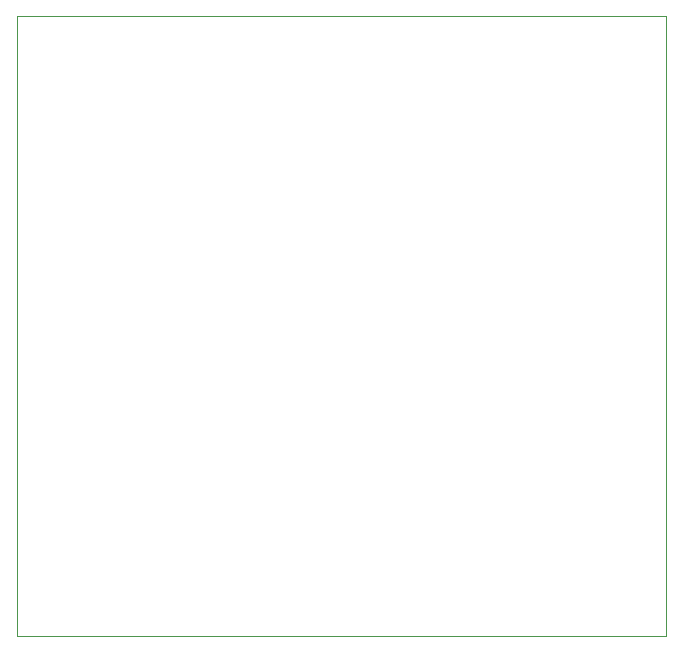
<source format=gbr>
G04 #@! TF.GenerationSoftware,KiCad,Pcbnew,(5.1.4-0)*
G04 #@! TF.CreationDate,2020-03-02T15:49:52+03:00*
G04 #@! TF.ProjectId,Diff2TTL,44696666-3254-4544-9c2e-6b696361645f,rev?*
G04 #@! TF.SameCoordinates,Original*
G04 #@! TF.FileFunction,Profile,NP*
%FSLAX46Y46*%
G04 Gerber Fmt 4.6, Leading zero omitted, Abs format (unit mm)*
G04 Created by KiCad (PCBNEW (5.1.4-0)) date 2020-03-02 15:49:52*
%MOMM*%
%LPD*%
G04 APERTURE LIST*
%ADD10C,0.050000*%
G04 APERTURE END LIST*
D10*
X145000000Y-42500000D02*
X134000000Y-42500000D01*
X145000000Y-95000000D02*
X145000000Y-42500000D01*
X90000000Y-95000000D02*
X145000000Y-95000000D01*
X90000000Y-42500000D02*
X90000000Y-95000000D01*
X134000000Y-42500000D02*
X90000000Y-42500000D01*
M02*

</source>
